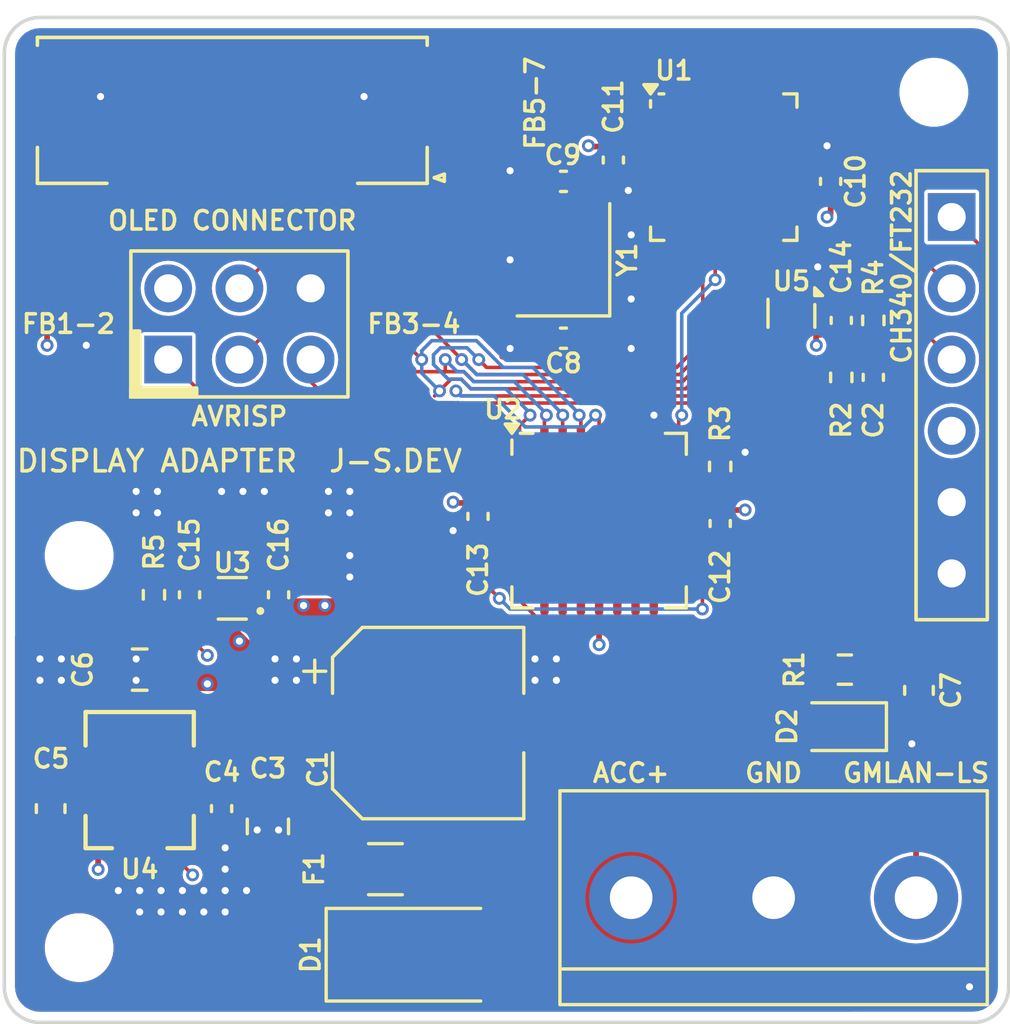
<source format=kicad_pcb>
(kicad_pcb (version 20240108) (generator "pcbnew") (generator_version "8.0")
  (layers (0 "F.Cu" signal) (1 "In1.Cu" signal) (2 "In2.Cu" signal) (31 "B.Cu" signal) (35 "F.Paste" user) (36 "B.SilkS" user "B.Silkscreen") (37 "F.SilkS" user "F.Silkscreen") (38 "B.Mask" user) (39 "F.Mask" user) (44 "Edge.Cuts" user))
  (net 0 "")
  (net 1 "GND")
  (net 3 "OSC-")
  (net 8 "Net-(U4-V_{CC})")
  (net 9 "+3.3V")
  (net 10 "Net-(C7-Pad1)")
  (net 11 "SW_RESET")
  (net 13 "OSC+")
  (net 15 "Net-(D1-K)")
  (net 16 "+12V")
  (net 17 "CANH")
  (net 18 "RESET")
  (net 19 "/3F_3.3V")
  (net 20 "/3F_GND")
  (net 21 "/3F_CS_OLED")
  (net 22 "/3F_OLED_RST")
  (net 23 "RST_OLED")
  (net 25 "/3F_OLED_DC")
  (net 26 "PGOOD")
  (net 27 "/3F_SCK")
  (net 28 "/3F_MOSI")
  (net 29 "MOSI")
  (net 30 "MISO")
  (net 31 "SCK")
  (net 33 "INT_CAN")
  (net 34 "CS_CAN")
  (net 35 "DC_OLED")
  (net 36 "CS_OLED")
  (net 37 "CLK")
  (net 38 "/FTDI_RESET")
  (net 40 "Net-(D1-A)")
  (net 44 "FTDI_RX")
  (net 45 "FTDI_TX")
  (net 46 "+5V")
  (net 47 "Net-(U2-OSC2)")
  (net 55 "Net-(U2-T_{XD})")
  (net 56 "Net-(U2-R_{XD})")
  (footprint "Package_SON:Texas_USON-6_1x1.45mm_P0.5mm_SMD" (layer "F.Cu") (at 104.267 162.941 -90)
    (property "Reference" "U5")
    (property "Value" "TPS3422")
  )
  (footprint "Inductor_SMD:L_0402_1005Metric" (layer "F.Cu") (at 79.121 161.798 -90)
    (property "Reference" "FB2" (hide yes))
    (property "Value" "120X")
  )
  (footprint "MountingHole:MountingHole_2.2mm_M2_DIN965" (layer "F.Cu") (at 109.347 155.067 180)
    (property "Reference" "H1" (hide yes))
    (property "Value" "MountingHole_Pad")
  )
  (footprint "Resistor_SMD:R_0402_1005Metric" (layer "F.Cu") (at 107.188 163.195 -90)
    (property "Reference" "R4")
    (property "Value" "10K")
  )
  (footprint "MountingHole:MountingHole_2.2mm_M2_DIN965" (layer "F.Cu") (at 78.867 185.547)
    (property "Reference" "H2" (hide yes))
    (property "Value" "MountingHole_Pad")
  )
  (footprint "Inductor_SMD:L_0402_1005Metric" (layer "F.Cu") (at 77.724 161.798 -90)
    (property "Reference" "FB1" (hide yes))
    (property "Value" "120X")
  )
  (footprint "Fuse:Fuse_1206_3216Metric" (layer "F.Cu") (at 89.789 182.753)
    (property "Reference" "F1")
    (property "Value" "Polyfuse")
  )
  (footprint "Capacitor_SMD:C_0402_1005Metric" (layer "F.Cu") (at 101.727 170.434 -90)
    (property "Reference" "C12")
    (property "Value" "100nF")
  )
  (footprint "Inductor_SMD:L_0402_1005Metric" (layer "F.Cu") (at 93.726 156.718)
    (property "Reference" "FB5" (hide yes))
    (property "Value" "120X")
  )
  (footprint "Capacitor_SMD:C_0402_1005Metric" (layer "F.Cu") (at 85.979 172.974 90)
    (property "Reference" "C16")
    (property "Value" "100nF")
  )
  (footprint "Capacitor_SMD:C_0402_1005Metric" (layer "F.Cu") (at 105.664 158.242 90)
    (property "Reference" "C10")
    (property "Value" "100nF")
  )
  (footprint "Capacitor_SMD:C_0603_1608Metric" (layer "F.Cu") (at 77.851 180.594 90)
    (property "Reference" "C5")
    (property "Value" "1µF")
  )
  (footprint "Inductor_SMD:L_0402_1005Metric" (layer "F.Cu") (at 91.44 161.798 -90)
    (property "Reference" "FB4" (hide yes))
    (property "Value" "120X")
  )
  (footprint "Package_DFN_QFN:QFN-28-1EP_6x6mm_P0.65mm_EP4.25x4.25mm" (layer "F.Cu") (at 97.409 170.33)
    (property "Reference" "U2")
    (property "Value" "MCP25625T-E/ML")
  )
  (footprint "Resistor_SMD:R_0603_1608Metric" (layer "F.Cu") (at 106.172 175.641 180)
    (property "Reference" "R1")
    (property "Value" "100R")
  )
  (footprint "Capacitor_SMD:C_0402_1005Metric" (layer "F.Cu") (at 107.188 165.227 -90)
    (property "Reference" "C2")
    (property "Value" "100nF")
  )
  (footprint "Capacitor_SMD:C_0402_1005Metric" (layer "F.Cu") (at 93.091 170.18 -90)
    (property "Reference" "C13")
    (property "Value" "100nF")
  )
  (footprint "Resistor_SMD:R_0402_1005Metric" (layer "F.Cu") (at 106.045 165.227 -90)
    (property "Reference" "R2")
    (property "Value" "10K")
  )
  (footprint "Resistor_SMD:R_0402_1005Metric" (layer "F.Cu") (at 101.727 168.402 90)
    (property "Reference" "R3")
    (property "Value" "10K")
  )
  (footprint "Capacitor_SMD:CP_Elec_6.3x7.7" (layer "F.Cu") (at 91.313 177.546)
    (property "Reference" "C1")
    (property "Value" "100uF")
  )
  (footprint "Resistor_SMD:R_0402_1005Metric" (layer "F.Cu") (at 81.534 172.974 -90)
    (property "Reference" "R5")
    (property "Value" "10K" (hide yes))
  )
  (footprint "Capacitor_SMD:C_0402_1005Metric" (layer "F.Cu") (at 82.804 172.974 90)
    (property "Reference" "C15")
    (property "Value" "100nF")
  )
  (footprint "Capacitor_SMD:C_0402_1005Metric" (layer "F.Cu") (at 97.917 157.48 -90)
    (property "Reference" "C11")
    (property "Value" "100nF")
  )
  (footprint "jsdev:PinHeader_ISP_POGO" (layer "F.Cu") (at 82.042 164.592 90)
    (property "Reference" "J1" (hide yes))
    (property "Value" "AVR-ISP-6" (hide yes))
  )
  (footprint "MountingHole:MountingHole_2.2mm_M2_DIN965" (layer "F.Cu") (at 78.867 171.577)
    (property "Reference" "H3" (hide yes))
    (property "Value" "MountingHole_Pad" (hide yes))
  )
  (footprint "jsdev:TerminalBlock_3P" (layer "F.Cu") (at 98.552 183.769)
    (property "Reference" "J2" (hide yes))
    (property "Value" "Screw_Terminal_01x03")
  )
  (footprint "Capacitor_SMD:C_0805_2012Metric" (layer "F.Cu") (at 81.026 175.641 180)
    (property "Reference" "C6")
    (property "Value" "10µF")
  )
  (footprint "jsdev:Texas_X2SON-4_1x1mm_P0.65mm_MOD" (layer "F.Cu") (at 84.328 173.101 180)
    (property "Reference" "U3")
    (property "Value" "3.3V")
  )
  (footprint "Crystal:Crystal_SMD_3225-4Pin_3.2x2.5mm" (layer "F.Cu") (at 96.139 161.036 90)
    (property "Reference" "Y1")
    (property "Value" "16MHZ")
  )
  (footprint "Diode_SMD:D_SMA" (layer "F.Cu") (at 91.186 185.801)
    (property "Reference" "D1")
    (property "Value" "B140-E3")
  )
  (footprint "Capacitor_SMD:C_0402_1005Metric" (layer "F.Cu") (at 96.139 163.83 180)
    (property "Reference" "C8")
    (property "Value" "22pf")
  )
  (footprint "Capacitor_SMD:C_0603_1608Metric" (layer "F.Cu") (at 108.816 176.38 -90)
    (property "Reference" "C7")
    (property "Value" "560pf")
  )
  (footprint "Inductor_SMD:L_0402_1005Metric" (layer "F.Cu") (at 93.726 154.178)
    (property "Reference" "FB7" (hide yes))
    (property "Value" "120X")
  )
  (footprint "jsdev:PinSocket_1x06_P2.54mm_Vertical_Box" (layer "F.Cu") (at 109.982 159.512)
    (property "Reference" "J4" (hide yes))
    (property "Value" "Socket 1x6 0.1\"")
  )
  (footprint "jsdev:CON_532610771_MOD" (layer "F.Cu") (at 84.328 155.702 180)
    (property "Reference" "J3" (hide yes))
    (property "Value" "PicoBlade F 1x7" (hide yes))
  )
  (footprint "Capacitor_SMD:C_0402_1005Metric" (layer "F.Cu") (at 83.947 180.594 -90)
    (property "Reference" "C4")
    (property "Value" "100nF")
  )
  (footprint "Inductor_SMD:L_0402_1005Metric" (layer "F.Cu") (at 93.726 155.448)
    (property "Reference" "FB6" (hide yes))
    (property "Value" "120X")
  )
  (footprint "Inductor_SMD:L_0402_1005Metric" (layer "F.Cu") (at 90.043 161.798 -90)
    (property "Reference" "FB3" (hide yes))
    (property "Value" "120X")
  )
  (footprint "Package_DFN_QFN:QFN-32-1EP_5x5mm_P0.5mm_EP3.1x3.1mm" (layer "F.Cu") (at 101.854 157.734)
    (property "Reference" "U1")
    (property "Value" "ATmega328PB-M")
  )
  (footprint "Diode_SMD:D_SOD-323" (layer "F.Cu") (at 106.045 177.673 180)
    (property "Reference" "D2")
    (property "Value" "DESD1LIN2WSQ-7")
  )
  (footprint "jsdev:QFN-FCMOD_TI_11B" (layer "F.Cu") (at 81.026 179.578 180)
    (property "Reference" "U4")
    (property "Value" "5V")
  )
  (footprint "Capacitor_SMD:C_0402_1005Metric" (layer "F.Cu") (at 106.045 163.195 -90)
    (property "Reference" "C14")
    (property "Value" "100nF")
  )
  (footprint "Capacitor_SMD:C_0805_2012Metric" (layer "F.Cu") (at 85.598 181.229 -90)
    (property "Reference" "C3")
    (property "Value" "2.2µF")
  )
  (footprint "Capacitor_SMD:C_0402_1005Metric" (layer "F.Cu") (at 96.139 158.242)
    (property "Reference" "C9")
    (property "Value" "22pf")
  )
  (gr_arc (start 110.744 152.4) (mid 111.642026 152.771974) (end 112.014 153.67) (stroke (width 0.127)) (layer "Edge.Cuts"))
  (gr_arc (start 76.2 153.67) (mid 76.571974 152.771974) (end 77.47 152.4) (stroke (width 0.127)) (layer "Edge.Cuts"))
  (gr_line (start 77.47 152.4) (end 110.744 152.4) (stroke (width 0.127)) (layer "Edge.Cuts"))
  (gr_line (start 76.2 186.944) (end 76.2 153.67) (stroke (width 0.127)) (layer "Edge.Cuts"))
  (gr_line (start 110.744 188.214) (end 77.47 188.214) (stroke (width 0.127)) (layer "Edge.Cuts"))
  (gr_arc (start 112.014 186.944) (mid 111.642026 187.842026) (end 110.744 188.214) (stroke (width 0.127)) (layer "Edge.Cuts"))
  (gr_arc (start 77.47 188.214) (mid 76.571974 187.842026) (end 76.2 186.944) (stroke (width 0.127)) (layer "Edge.Cuts"))
  (gr_line (start 112.014 153.67) (end 112.014 186.944) (stroke (width 0.127)) (layer "Edge.Cuts"))
  (gr_text "AVRISP" (at 84.582 167.005 0) (layer "F.SilkS") (effects (font (size 0.6604 0.6604) (thickness 0.127)) (justify bottom)))
  (gr_text "OLED CONNECTOR" (at 84.328 159.639 0) (layer "F.SilkS") (effects (font (size 0.6604 0.6604) (thickness 0.127))))
  (gr_text "GMLAN-LS" (at 108.712 179.324 0) (layer "F.SilkS") (effects (font (size 0.6604 0.6604) (thickness 0.127))))
  (gr_text "ACC+" (at 98.552 179.324 0) (layer "F.SilkS") (effects (font (size 0.6604 0.6604) (thickness 0.127))))
  (gr_text "CH340/FT232" (at 108.585 161.29 90) (layer "F.SilkS") (effects (font (size 0.6604 0.6604) (thickness 0.127) (bold yes)) (justify bottom)))
  (gr_text "DISPLAY ADAPTER  J-S.DEV" (at 84.582 168.656 0) (layer "F.SilkS") (effects (font (size 0.762 0.762) (thickness 0.127)) (justify bottom)))
  (gr_text "GND" (at 103.632 179.324 0) (layer "F.SilkS") (effects (font (size 0.6604 0.6604) (thickness 0.127))))
  (gr_text "FB1-2" (at 78.486 163.322 0) (layer "F.SilkS") (effects (font (size 0.6604 0.6604) (thickness 0.127))))
  (gr_text "FB5-7" (at 95.123 155.448 90) (layer "F.SilkS") (effects (font (size 0.6604 0.6604) (thickness 0.127))))
  (gr_text "FB3-4" (at 90.805 163.322 0) (layer "F.SilkS") (effects (font (size 0.6604 0.6604) (thickness 0.127))))
  (segment (start 105.664 157.099) (end 105.664 157.762) (width 0.2032) (layer "F.Cu") (net 1))
  (segment (start 99.359 168.021) (end 99.359 168.38) (width 0.2032) (layer "F.Cu") (net 1))
  (segment (start 105.156 162.2124) (end 104.578118 162.2124) (width 0.2032) (layer "F.Cu") (net 1))
  (segment (start 105.537 156.972) (end 105.664 157.099) (width 0.2032) (layer "F.Cu") (net 1))
  (segment (start 93.091 170.66) (end 92.23 170.66) (width 0.2032) (layer "F.Cu") (net 1))
  (segment (start 101.729 167.894) (end 101.727 167.892) (width 0.2032) (layer "F.Cu") (net 1))
  (segment (start 99.359 168.38) (end 97.409 170.33) (width 0.2032) (layer "F.Cu") (net 1))
  (segment (start 101.854 157.748) (end 102.118 157.484) (width 0.2032) (layer "F.Cu") (net 1))
  (segment (start 108.816 177.155) (end 108.468 177.155) (width 0.2032) (layer "F.Cu") (net 1))
  (segment (start 100.2465 172.28) (end 99.359 172.28) (width 0.2032) (layer "F.Cu") (net 1))
  (segment (start 108.468 177.155) (end 107.95 177.673) (width 0.2032) (layer "F.Cu") (net 1))
  (segment (start 92.23 170.66) (end 92.202 170.688) (width 0.2032) (layer "F.Cu") (net 1))
  (segment (start 98.059 170.98) (end 98.059 173.1675) (width 0.2032) (layer "F.Cu") (net 1))
  (segment (start 102.118 157.484) (end 104.8412 157.484) (width 0.2032) (layer "F.Cu") (net 1))
  (segment (start 100.2465 170.33) (end 97.409 170.33) (width 0.2032) (layer "F.Cu") (net 1))
  (segment (start 99.359 172.28) (end 97.409 170.33) (width 0.2032) (layer "F.Cu") (net 1))
  (segment (start 104.267 162.523518) (end 104.267 162.641) (width 0.2032) (layer "F.Cu") (net 1))
  (segment (start 99.359 166.579) (end 99.3648 166.5732) (width 0.2032) (layer "F.Cu") (net 1))
  (segment (start 104.578118 162.2124) (end 104.267 162.523518) (width 0.2032) (layer "F.Cu") (net 1))
  (segment (start 99.359 167.4925) (end 99.359 168.021) (width 0.2032) (layer "F.Cu") (net 1))
  (segment (start 97.409 170.33) (end 98.059 170.98) (width 0.2032) (layer "F.Cu") (net 1))
  (segment (start 100.7848 170.33) (end 100.2465 170.33) (width 0.2032) (layer "F.Cu") (net 1))
  (segment (start 79.620801 155.211201) (end 78.028 155.211201) (width 0.2032) (layer "F.Cu") (net 1))
  (segment (start 108.562 178.285) (end 107.95 177.673) (width 0.2032) (layer "F.Cu") (net 1))
  (segment (start 101.3688 170.914) (end 100.7848 170.33) (width 0.2032) (layer "F.Cu") (net 1))
  (segment (start 102.616 167.894) (end 101.729 167.894) (width 0.2032) (layer "F.Cu") (net 1))
  (segment (start 89.035199 155.211201) (end 90.628 155.211201) (width 0.2032) (layer "F.Cu") (net 1))
  (segment (start 104.8412 157.484) (end 105.1192 157.762) (width 0.2032) (layer "F.Cu") (net 1))
  (segment (start 101.727 170.914) (end 101.3688 170.914) (width 0.2032) (layer "F.Cu") (net 1))
  (segment (start 106.045 162.715) (end 105.5424 162.2124) (width 0.2032) (layer "F.Cu") (net 1))
  (segment (start 79.121 164.084) (end 79.121 162.283) (width 0.2032) (layer "F.Cu") (net 1))
  (segment (start 105.1192 157.762) (end 105.664 157.762) (width 0.2032) (layer "F.Cu") (net 1))
  (segment (start 107.95 177.673) (end 107.095 177.673) (width 0.2032) (layer "F.Cu") (net 1))
  (segment (start 89.027 155.2194) (end 89.035199 155.211201) (width 0.2032) (layer "F.Cu") (net 1))
  (segment (start 79.629 155.2194) (end 79.620801 155.211201) (width 0.2032) (layer "F.Cu") (net 1))
  (segment (start 99.359 167.4925) (end 99.359 166.579) (width 0.2032) (layer "F.Cu") (net 1))
  (segment (start 105.2068 161.29) (end 105.2068 162.1616) (width 0.2032) (layer "F.Cu") (net 1))
  (segment (start 81.526126 181.553) (end 81.526126 181.678326) (width 0.127) (layer "F.Cu") (net 1))
  (segment (start 105.2068 162.1616) (end 105.156 162.2124) (width 0.2032) (layer "F.Cu") (net 1))
  (segment (start 105.5424 162.2124) (end 105.156 162.2124) (width 0.2032) (layer "F.Cu") (net 1))
  (via (at 88.519 169.291) (size 0.4572) (drill 0.254) (layers "F.Cu" "B.Cu") (net 1))
  (via (at 81.788 184.277) (size 0.4572) (drill 0.254) (layers "F.Cu" "B.Cu") (net 1))
  (via (at 84.709 169.291) (size 0.4572) (drill 0.254) (layers "F.Cu" "B.Cu") (net 1))
  (via (at 80.899 176.022) (size 0.4572) (drill 0.254) (layers "F.Cu" "B.Cu") (net 1))
  (via (at 82.55 183.515) (size 0.4572) (drill 0.254) (layers "F.Cu" "B.Cu") (net 1))
  (via (at 105.2068 161.29) (size 0.4572) (drill 0.254) (layers "F.Cu" "B.Cu") (net 1))
  (via (at 92.202 170.688) (size 0.4572) (drill 0.254) (layers "F.Cu" "B.Cu") (net 1))
  (via (at 78.232 176.022) (size 0.4572) (drill 0.254) (layers "F.Cu" "B.Cu") (net 1))
  (via (at 84.836 183.515) (size 0.4572) (drill 0.254) (layers "F.Cu" "B.Cu") (net 1))
  (via (at 83.947 169.291) (size 0.4572) (drill 0.254) (layers "F.Cu" "B.Cu") (net 1))
  (via (at 105.537 156.972) (size 0.4572) (drill 0.254) (layers "F.Cu" "B.Cu") (net 1))
  (via (at 88.519 172.339) (size 0.4572) (drill 0.254) (layers "F.Cu" "B.Cu") (net 1))
  (via (at 98.552 162.433) (size 0.4572) (drill 0.254) (layers "F.Cu" "B.Cu") (net 1))
  (via (at 95.123 175.26) (size 0.4572) (drill 0.254) (layers "F.Cu" "B.Cu") (net 1))
  (via (at 83.312 183.515) (size 0.4572) (drill 0.254) (layers "F.Cu" "B.Cu") (net 1))
  (via (at 89.027 155.2194) (size 0.4572) (drill 0.254) (layers "F.Cu" "B.Cu") (net 1))
  (via (at 79.121 164.084) (size 0.4572) (drill 0.254) (layers "F.Cu" "B.Cu") (net 1))
  (via (at 88.519 171.577) (size 0.4572) (drill 0.254) (layers "F.Cu" "B.Cu") (net 1))
  (via (at 87.757 170.053) (size 0.4572) (drill 0.254) (layers "F.Cu" "B.Cu") (net 1))
  (via (at 86.614 176.022) (size 0.4572) (drill 0.254) (layers "F.Cu" "B.Cu") (net 1))
  (via (at 85.852 176.022) (size 0.4572) (drill 0.254) (layers "F.Cu" "B.Cu") (net 1))
  (via (at 94.234 157.861) (size 0.4572) (drill 0.254) (layers "F.Cu" "B.Cu") (net 1))
  (via (at 80.899 170.053) (size 0.4572) (drill 0.254) (layers "F.Cu" "B.Cu") (net 1))
  (via (at 94.234 164.197) (size 0.4572) (drill 0.254) (layers "F.Cu" "B.Cu") (net 1))
  (via (at 84.074 181.991) (size 0.4572) (drill 0.254) (layers "F.Cu" "B.Cu") (net 1))
  (via (at 80.899 175.26) (size 0.4572) (drill 0.254) (layers "F.Cu" "B.Cu") (net 1))
  (via (at 80.899 169.291) (size 0.4572) (drill 0.254) (layers "F.Cu" "B.Cu") (net 1))
  (via (at 87.757 169.291) (size 0.4572) (drill 0.254) (layers "F.Cu" "B.Cu") (net 1))
  (via (at 98.4504 158.5649) (size 0.4572) (drill 0.254) (layers "F.Cu" "B.Cu") (net 1))
  (via (at 98.552 160.147) (size 0.4572) (drill 0.254) (layers "F.Cu" "B.Cu") (net 1))
  (via (at 81.026 184.277) (size 0.4572) (drill 0.254) (layers "F.Cu" "B.Cu") (net 1))
  (via (at 95.885 175.26) (size 0.4572) (drill 0.254) (layers "F.Cu" "B.Cu") (net 1))
  (via (at 86.614 175.26) (size 0.4572) (drill 0.254) (layers "F.Cu" "B.Cu") (net 1))
  (via (at 95.123 176.022) (size 0.4572) (drill 0.254) (layers "F.Cu" "B.Cu") (net 1))
  (via (at 83.312 184.277) (size 0.4572) (drill 0.254) (layers "F.Cu" "B.Cu") (net 1))
  (via (at 94.234 161.036) (size 0.4572) (drill 0.254) (layers "F.Cu" "B.Cu") (net 1))
  (via (at 99.3648 166.5732) (size 0.4572) (drill 0.254) (layers "F.Cu" "B.Cu") (net 1))
  (via (at 98.552 164.197) (size 0.4572) (drill 0.254) (layers "F.Cu" "B.Cu") (net 1))
  (via (at 77.47 175.26) (size 0.4572) (drill 0.254) (layers "F.Cu" "B.Cu") (net 1))
  (via (at 84.074 183.515) (size 0.4572) (drill 0.254) (layers "F.Cu" "B.Cu") (net 1))
  (via (at 82.55 184.277) (size 0.4572) (drill 0.254) (layers "F.Cu" "B.Cu") (net 1))
  (via (at 78.232 175.26) (size 0.4572) (drill 0.254) (layers "F.Cu" "B.Cu") (net 1))
  (via (at 81.026 183.515) (size 0.4572) (drill 0.254) (layers "F.Cu" "B.Cu") (net 1))
  (via (at 81.788 183.515) (size 0.4572) (drill 0.254) (layers "F.Cu" "B.Cu") (net 1))
  (via (at 80.264 183.515) (size 0.4572) (drill 0.254) (layers "F.Cu" "B.Cu") (net 1))
  (via (at 81.661 170.053) (size 0.4572) (drill 0.254) (layers "F.Cu" "B.Cu") (net 1))
  (via (at 85.852 175.26) (size 0.4572) (drill 0.254) (layers "F.Cu" "B.Cu") (net 1))
  (via (at 108.562 178.285) (size 0.4572) (drill 0.254) (layers "F.Cu" "B.Cu") (net 1))
  (via (at 85.471 169.291) (size 0.4572) (drill 0.254) (layers "F.Cu" "B.Cu") (net 1))
  (via (at 77.47 176.022) (size 0.4572) (drill 0.254) (layers "F.Cu" "B.Cu") (net 1))
  (via (at 110.617 186.944) (size 0.4572) (drill 0.254) (layers "F.Cu" "B.Cu") (net 1))
  (via (at 84.074 184.277) (size 0.4572) (drill 0.254) (layers "F.Cu" "B.Cu") (net 1))
  (via (at 85.979 181.356) (size 0.4572) (drill 0.254) (layers "F.Cu" "B.Cu") (net 1))
  (via (at 85.217 181.356) (size 0.4572) (drill 0.254) (layers "F.Cu" "B.Cu") (net 1))
  (via (at 88.519 170.053) (size 0.4572) (drill 0.254) (layers "F.Cu" "B.Cu") (net 1))
  (via (at 81.661 169.291) (size 0.4572) (drill 0.254) (layers "F.Cu" "B.Cu") (net 1))
  (via (at 84.074 182.753) (size 0.4572) (drill 0.254) (layers "F.Cu" "B.Cu") (net 1))
  (via (at 79.629 155.2194) (size 0.4572) (drill 0.254) (layers "F.Cu" "B.Cu") (net 1))
  (via (at 95.885 176.022) (size 0.4572) (drill 0.254) (layers "F.Cu" "B.Cu") (net 1))
  (via (at 102.616 167.894) (size 0.4572) (drill 0.254) (layers "F.Cu" "B.Cu") (net 1))
  (segment (start 97.8916 162.0012) (end 97.8916 159.6136) (width 0.127) (layer "F.Cu") (net 3))
  (segment (start 98.0212 159.484) (end 99.4165 159.484) (width 0.127) (layer "F.Cu") (net 3))
  (segment (start 96.989 162.136) (end 97.7568 162.136) (width 0.127) (layer "F.Cu") (net 3))
  (segment (start 96.989 162.136) (end 96.619 162.506) (width 0.127) (layer "F.Cu") (net 3))
  (segment (start 97.7568 162.136) (end 97.8916 162.0012) (width 0.127) (layer "F.Cu") (net 3))
  (segment (start 97.8916 159.6136) (end 98.0212 159.484) (width 0.127) (layer "F.Cu") (net 3))
  (segment (start 96.619 162.506) (end 96.619 163.83) (width 0.127) (layer "F.Cu") (net 3))
  (segment (start 79.616811 181.369) (end 79.726 181.478189) (width 0.127) (layer "F.Cu") (net 8))
  (segment (start 77.851 181.369) (end 78.6638 181.369) (width 0.127) (layer "F.Cu") (net 8))
  (segment (start 78.6638 181.369) (end 79.616811 181.369) (width 0.127) (layer "F.Cu") (net 8))
  (segment (start 105.664 159.385) (end 105.664 158.722) (width 0.2032) (layer "F.Cu") (net 9))
  (segment (start 104.767 163.322) (end 105.148 163.703) (width 0.2032) (layer "F.Cu") (net 9))
  (segment (start 104.767 163.241) (end 104.767 163.322) (width 0.2032) (layer "F.Cu") (net 9))
  (segment (start 104.2915 157.984) (end 104.757 157.984) (width 0.2032) (layer "F.Cu") (net 9))
  (segment (start 104.757 157.984) (end 105.071 158.298) (width 0.2032) (layer "F.Cu") (net 9))
  (segment (start 105.537 159.512) (end 105.664 159.385) (width 0.2032) (layer "F.Cu") (net 9))
  (segment (start 103.767 163.241) (end 104.267 163.241) (width 0.2032) (layer "F.Cu") (net 9))
  (segment (start 98.401 157.484) (end 97.917 157) (width 0.2032) (layer "F.Cu") (net 9))
  (segment (start 106.045 164.747) (end 106.045 163.705) (width 0.2032) (layer "F.Cu") (net 9))
  (segment (start 93.091 169.7) (end 92.23 169.7) (width 0.2032) (layer "F.Cu") (net 9))
  (segment (start 97.917 157) (end 97.056 157) (width 0.2032) (layer "F.Cu") (net 9))
  (segment (start 105.148 164.076) (end 105.156 164.084) (width 0.2032) (layer "F.Cu") (net 9))
  (segment (start 97.409 173.1675) (end 97.409 174.752) (width 0.2032) (layer "F.Cu") (net 9))
  (segment (start 105.148 163.703) (end 105.148 164.076) (width 0.2032) (layer "F.Cu") (net 9))
  (segment (start 105.071 158.722) (end 105.664 158.722) (width 0.2032) (layer "F.Cu") (net 9))
  (segment (start 105.15 163.705) (end 105.148 163.703) (width 0.2032) (layer "F.Cu") (net 9))
  (segment (start 105.071 158.298) (end 105.071 158.722) (width 0.2032) (layer "F.Cu") (net 9))
  (segment (start 93.111 169.68) (end 93.091 169.7) (width 0.2032) (layer "F.Cu") (net 9))
  (segment (start 106.045 163.705) (end 105.15 163.705) (width 0.2032) (layer "F.Cu") (net 9))
  (segment (start 97.056 157) (end 97.028 156.972) (width 0.2032) (layer "F.Cu") (net 9))
  (segment (start 92.23 169.7) (end 92.202 169.672) (width 0.2032) (layer "F.Cu") (net 9))
  (segment (start 104.267 163.241) (end 104.767 163.241) (width 0.2032) (layer "F.Cu") (net 9))
  (segment (start 99.4165 157.484) (end 98.401 157.484) (width 0.2032) (layer "F.Cu") (net 9))
  (segment (start 107.188 163.705) (end 106.045 163.705) (width 0.2032) (layer "F.Cu") (net 9))
  (segment (start 94.5715 169.68) (end 93.111 169.68) (width 0.2032) (layer "F.Cu") (net 9))
  (segment (start 104.809 158.984) (end 105.071 158.722) (width 0.2032) (layer "F.Cu") (net 9))
  (segment (start 104.2915 158.984) (end 104.809 158.984) (width 0.2032) (layer "F.Cu") (net 9))
  (segment (start 77.724 164.084) (end 77.724 162.283) (width 0.2032) (layer "F.Cu") (net 9))
  (via (at 87.63 173.355) (size 0.4572) (drill 0.254) (layers "F.Cu" "B.Cu") (net 9))
  (via (at 105.156 164.084) (size 0.4572) (drill 0.254) (layers "F.Cu" "B.Cu") (net 9))
  (via (at 105.537 159.512) (size 0.4572) (drill 0.254) (layers "F.Cu" "B.Cu") (net 9))
  (via (at 97.028 156.972) (size 0.4572) (drill 0.254) (layers "F.Cu" "B.Cu") (net 9))
  (via (at 77.724 164.084) (size 0.4572) (drill 0.254) (layers "F.Cu" "B.Cu") (net 9))
  (via (at 92.202 169.672) (size 0.4572) (drill 0.254) (layers "F.Cu" "B.Cu") (net 9))
  (via (at 86.868 173.355) (size 0.4572) (drill 0.254) (layers "F.Cu" "B.Cu") (net 9))
  (via (at 97.409 174.752) (size 0.4572) (drill 0.254) (layers "F.Cu" "B.Cu") (net 9))
  (segment (start 106.997 175.641) (end 108.78 175.641) (width 0.2032) (layer "F.Cu") (net 10))
  (segment (start 108.78 175.641) (end 108.816 175.605) (width 0.2032) (layer "F.Cu") (net 10))
  (segment (start 106.4185 156.901593) (end 104.185407 154.6685) (width 0.127) (layer "F.Cu") (net 11))
  (segment (start 105.803107 160.1978) (end 106.285707 159.7152) (width 0.127) (layer "F.Cu") (net 11))
  (segment (start 106.4185 159.7152) (end 106.4185 156.901593) (width 0.127) (layer "F.Cu") (net 11))
  (segment (start 107.188 162.685) (end 107.188 160.33563) (width 0.127) (layer "F.Cu") (net 11))
  (segment (start 106.285707 159.7152) (end 106.4185 159.7152) (width 0.127) (layer "F.Cu") (net 11))
  (segment (start 105.15226 160.1978) (end 105.803107 160.1978) (width 0.127) (layer "F.Cu") (net 11))
  (segment (start 103.294501 154.6685) (end 103.104 154.859001) (width 0.127) (layer "F.Cu") (net 11))
  (segment (start 104.185407 154.6685) (end 103.294501 154.6685) (width 0.127) (layer "F.Cu") (net 11))
  (segment (start 107.188 160.33563) (end 106.56757 159.7152) (width 0.127) (layer "F.Cu") (net 11))
  (segment (start 103.767 162.641) (end 103.767 161.58306) (width 0.127) (layer "F.Cu") (net 11))
  (segment (start 103.104 154.859001) (end 103.104 155.2965) (width 0.127) (layer "F.Cu") (net 11))
  (segment (start 106.56757 159.7152) (end 106.4185 159.7152) (width 0.127) (layer "F.Cu") (net 11))
  (segment (start 103.767 161.58306) (end 105.15226 160.1978) (width 0.127) (layer "F.Cu") (net 11))
  (segment (start 96.139 159.8168) (end 96.0198 159.936) (width 0.127) (layer "F.Cu") (net 13))
  (segment (start 96.0198 159.936) (end 95.289 159.936) (width 0.127) (layer "F.Cu") (net 13))
  (segment (start 99.4165 158.984) (end 96.286 158.984) (width 0.127) (layer "F.Cu") (net 13))
  (segment (start 96.286 158.984) (end 96.139 159.131) (width 0.127) (layer "F.Cu") (net 13))
  (segment (start 96.139 159.131) (end 96.139 159.8168) (width 0.127) (layer "F.Cu") (net 13))
  (segment (start 95.289 159.936) (end 95.659 159.566) (width 0.127) (layer "F.Cu") (net 13))
  (segment (start 95.659 159.566) (end 95.659 158.242) (width 0.127) (layer "F.Cu") (net 13))
  (segment (start 90.6526 185.801) (end 91.189 185.2646) (width 0.2032) (layer "F.Cu") (net 15))
  (segment (start 91.189 185.2646) (end 91.189 182.753) (width 0.2032) (layer "F.Cu") (net 15))
  (segment (start 89.186 185.801) (end 90.6526 185.801) (width 0.2032) (layer "F.Cu") (net 15))
  (segment (start 88.392 177.767) (end 88.392 180.4356) (width 0.2032) (layer "F.Cu") (net 16))
  (segment (start 82.326 180.227937) (end 83.119263 180.227937) (width 0.2032) (layer "F.Cu") (net 16))
  (segment (start 85.433 180.114) (end 85.598 180.279) (width 0.2032) (layer "F.Cu") (net 16))
  (segment (start 88.392 180.4356) (end 88.389 180.4386) (width 0.2032) (layer "F.Cu") (net 16))
  (segment (start 88.389 180.4386) (end 88.389 182.753) (width 0.2032) (layer "F.Cu") (net 16))
  (segment (start 85.598 180.279) (end 88.392 180.279) (width 0.2032) (layer "F.Cu") (net 16))
  (segment (start 82.326 180.227937) (end 82.326 180.728063) (width 0.2032) (layer "F.Cu") (net 16))
  (segment (start 83.947 180.114) (end 85.433 180.114) (width 0.2032) (layer "F.Cu") (net 16))
  (segment (start 83.2332 180.114) (end 83.947 180.114) (width 0.2032) (layer "F.Cu") (net 16))
  (segment (start 83.119263 180.227937) (end 83.2332 180.114) (width 0.2032) (layer "F.Cu") (net 16))
  (segment (start 88.613 177.546) (end 88.392 177.767) (width 0.2032) (layer "F.Cu") (net 16))
  (segment (start 88.392 180.279) (end 88.392 180.4356) (width 0.2032) (layer "F.Cu") (net 16))
  (segment (start 104.995 177.673) (end 105.0036 177.673) (width 0.2032) (layer "F.Cu") (net 17))
  (segment (start 98.709 173.9692) (end 102.4128 177.673) (width 0.2032) (layer "F.Cu") (net 17))
  (segment (start 108.712 181.3814) (end 108.712 183.769) (width 0.2032) (layer "F.Cu") (net 17))
  (segment (start 98.709 173.1675) (end 98.709 173.9692) (width 0.2032) (layer "F.Cu") (net 17))
  (segment (start 104.995 175.993) (end 105.347 175.641) (width 0.2032) (layer "F.Cu") (net 17))
  (segment (start 102.4128 177.673) (end 104.995 177.673) (width 0.2032) (layer "F.Cu") (net 17))
  (segment (start 104.995 177.673) (end 104.995 176.784) (width 0.2032) (layer "F.Cu") (net 17))
  (segment (start 104.995 176.784) (end 104.995 175.993) (width 0.2032) (layer "F.Cu") (net 17))
  (segment (start 105.0036 177.673) (end 108.712 181.3814) (width 0.2032) (layer "F.Cu") (net 17))
  (segment (start 106.6725 156.796383) (end 106.6725 159.46092) (width 0.127) (layer "F.Cu") (net 18))
  (segment (start 106.045 165.2365) (end 106.045 165.737) (width 0.127) (layer "F.Cu") (net 18))
  (segment (start 101.60494 165.2365) (end 100.70004 166.1414) (width 0.127) (layer "F.Cu") (net 18))
  (segment (start 104.767 162.666) (end 105.1858 162.666) (width 0.127) (layer "F.Cu") (net 18))
  (segment (start 101.604 155.2965) (end 101.604 154.873001) (width 0.127) (layer "F.Cu") (net 18))
  (segment (start 94.059001 169.03) (end 93.853 168.823999) (width 0.127) (layer "F.Cu") (net 18))
  (segment (start 106.6985 165.2365) (end 106.045 165.2365) (width 0.127) (layer "F.Cu") (net 18))
  (segment (start 100.70004 166.1414) (end 93.853 166.1414) (width 0.127) (layer "F.Cu") (net 18))
  (segment (start 105.1858 162.666) (end 105.7148 163.195) (width 0.127) (layer "F.Cu") (net 18))
  (segment (start 107.6985 160.48692) (end 107.6985 163.195) (width 0.127) (layer "F.Cu") (net 18))
  (segment (start 94.5715 169.03) (end 94.059001 169.03) (width 0.127) (layer "F.Cu") (net 18))
  (segment (start 101.604 154.873001) (end 102.062501 154.4145) (width 0.127) (layer "F.Cu") (net 18))
  (segment (start 87.884 166.1414) (end 93.853 166.1414) (width 0.127) (layer "F.Cu") (net 18))
  (segment (start 105.7148 163.195) (end 107.6985 163.195) (width 0.127) (layer "F.Cu") (net 18))
  (segment (start 106.6725 159.46092) (end 107.6985 160.48692) (width 0.127) (layer "F.Cu") (net 18))
  (segment (start 107.188 164.747) (end 106.6985 165.2365) (width 0.127) (layer "F.Cu") (net 18))
  (segment (start 87.122 164.592) (end 87.122 165.3794) (width 0.127) (layer "F.Cu") (net 18))
  (segment (start 107.6985 163.195) (end 107.6985 164.2365) (width 0.127) (layer "F.Cu") (net 18))
  (segment (start 87.122 165.3794) (end 87.884 166.1414) (width 0.127) (layer "F.Cu") (net 18))
  (segment (start 102.062501 154.4145) (end 104.290617 154.4145) (width 0.127) (layer "F.Cu") (net 18))
  (segment (start 106.045 165.2365) (end 101.60494 165.2365) (width 0.127) (layer "F.Cu") (net 18))
  (segment (start 107.6985 164.2365) (end 107.188 164.747) (width 0.127) (layer "F.Cu") (net 18))
  (segment (start 93.853 168.823999) (end 93.853 166.1414) (width 0.127) (layer "F.Cu") (net 18))
  (segment (start 104.290617 154.4145) (end 106.6725 156.796383) (width 0.127) (layer "F.Cu") (net 18))
  (segment (start 80.578 158.1112) (end 77.724 160.9652) (width 0.2032) (layer "F.Cu") (net 19))
  (segment (start 77.724 160.9652) (end 77.724 161.313) (width 0.2032) (layer "F.Cu") (net 19))
  (segment (start 81.828 158.1112) (end 81.828 158.606) (width 0.2032) (layer "F.Cu") (net 20))
  (segment (start 81.828 158.606) (end 79.121 161.313) (width 0.2032) (layer "F.Cu") (net 20))
  (segment (start 91.8718 156.9212) (end 92.202 156.591) (width 0.127) (layer "F.Cu") (net 21))
  (segment (start 88.95421 156.6035) (end 89.27191 156.9212) (width 0.127) (layer "F.Cu") (net 21))
  (segment (start 92.583 154.178) (end 93.241 154.178) (width 0.127) (layer "F.Cu") (net 21))
  (segment (start 83.078 158.1112) (end 83.078 157.1806) (width 0.127) (layer "F.Cu") (net 21))
  (segment (start 83.078 157.1806) (end 83.6551 156.6035) (width 0.127) (layer "F.Cu") (net 21))
  (segment (start 83.6551 156.6035) (end 88.95421 156.6035) (width 0.127) (layer "F.Cu") (net 21))
  (segment (start 92.202 156.591) (end 92.202 154.559) (width 0.127) (layer "F.Cu") (net 21))
  (segment (start 89.27191 156.9212) (end 91.8718 156.9212) (width 0.127) (layer "F.Cu") (net 21))
  (segment (start 92.202 154.559) (end 92.583 154.178) (width 0.127) (layer "F.Cu") (net 21))
  (segment (start 91.97701 157.1752) (end 92.456 156.69621) (width 0.127) (layer "F.Cu") (net 22))
  (segment (start 84.328 158.1112) (end 84.328 157.1752) (width 0.127) (layer "F.Cu") (net 22))
  (segment (start 92.71 155.448) (end 93.241 155.448) (width 0.127) (layer "F.Cu") (net 22))
  (segment (start 88.849 156.8575) (end 89.1667 157.1752) (width 0.127) (layer "F.Cu") (net 22))
  (segment (start 84.6457 156.8575) (end 88.849 156.8575) (width 0.127) (layer "F.Cu") (net 22))
  (segment (start 89.1667 157.1752) (end 91.97701 157.1752) (width 0.127) (layer "F.Cu") (net 22))
  (segment (start 84.328 157.1752) (end 84.6457 156.8575) (width 0.127) (layer "F.Cu") (net 22))
  (segment (start 92.456 155.702) (end 92.71 155.448) (width 0.127) (layer "F.Cu") (net 22))
  (segment (start 92.456 156.69621) (end 92.456 155.702) (width 0.127) (layer "F.Cu") (net 22))
  (segment (start 95.758 155.448) (end 94.211 155.448) (width 0.127) (layer "F.Cu") (net 23))
  (segment (start 96.308 155.998) (end 95.758 155.448) (width 0.127) (layer "F.Cu") (net 23))
  (segment (start 99.4025 155.998) (end 96.308 155.998) (width 0.127) (layer "F.Cu") (net 23))
  (segment (start 99.4165 155.984) (end 99.4025 155.998) (width 0.127) (layer "F.Cu") (net 23))
  (segment (start 85.578 157.2077) (end 85.6742 157.1115) (width 0.127) (layer "F.Cu") (net 25))
  (segment (start 92.08222 157.4292) (end 92.79342 156.718) (width 0.127) (layer "F.Cu") (net 25))
  (segment (start 88.722 157.1115) (end 89.0397 157.4292) (width 0.127) (layer "F.Cu") (net 25))
  (segment (start 85.6742 157.1115) (end 88.722 157.1115) (width 0.127) (layer "F.Cu") (net 25))
  (segment (start 89.0397 157.4292) (end 92.08222 157.4292) (width 0.127) (layer "F.Cu") (net 25))
  (segment (start 85.578 158.1112) (end 85.578 157.2077) (width 0.127) (layer "F.Cu") (net 25))
  (segment (start 92.79342 156.718) (end 93.241 156.718) (width 0.127) (layer "F.Cu") (net 25))
  (segment (start 83.439 175.133) (end 82.3035 173.9975) (width 0.127) (layer "F.Cu") (net 26))
  (segment (start 82.3514 181.478189) (end 82.3514 182.39418) (width 0.127) (layer "F.Cu") (net 26))
  (segment (start 81.534 172.974) (end 83.4725 172.974) (width 0.127) (layer "F.Cu") (net 26))
  (segment (start 81.534 172.464) (end 81.534 172.974) (width 0.127) (layer "F.Cu") (net 26))
  (segment (start 81.263432 173.9975) (end 81.0235 173.757568) (width 0.127) (layer "F.Cu") (net 26))
  (segment (start 82.3035 173.9975) (end 81.263432 173.9975) (width 0.127) (layer "F.Cu") (net 26))
  (segment (start 83.4725 172.9665) (end 83.663 172.776) (width 0.127) (layer "F.Cu") (net 26))
  (segment (start 82.3514 182.39418) (end 82.91342 182.9562) (width 0.127) (layer "F.Cu") (net 26))
  (segment (start 83.4725 172.974) (end 83.4725 172.9665) (width 0.127) (layer "F.Cu") (net 26))
  (segment (start 81.0235 173.210432) (end 81.259932 172.974) (width 0.127) (layer "F.Cu") (net 26))
  (segment (start 81.0235 173.757568) (end 81.0235 173.210432) (width 0.127) (layer "F.Cu") (net 26))
  (segment (start 83.663 172.776) (end 83.898 172.776) (width 0.127) (layer "F.Cu") (net 26))
  (segment (start 81.259932 172.974) (end 81.534 172.974) (width 0.127) (layer "F.Cu") (net 26))
  (via (at 82.91342 182.9562) (size 0.4572) (drill 0.254) (layers "F.Cu" "B.Cu") (net 26))
  (via (at 83.439 175.133) (size 0.4572) (drill 0.254) (layers "F.Cu" "B.Cu") (net 26))
  (segment (start 89.6298 161.313) (end 90.043 161.313) (width 0.127) (layer "F.Cu") (net 27))
  (segment (start 86.828 158.1112) (end 86.828 158.5112) (width 0.127) (layer "F.Cu") (net 27))
  (segment (start 86.828 158.5112) (end 89.6298 161.313) (width 0.127) (layer "F.Cu") (net 27))
  (segment (start 88.2382 158.1112) (end 91.44 161.313) (width 0.127) (layer "F.Cu") (net 28))
  (segment (start 88.078 158.1112) (end 88.2382 158.1112) (width 0.127) (layer "F.Cu") (net 28))
  (segment (start 88.33949 161.798) (end 87.55299 161.0115) (width 0.127) (layer "F.Cu") (net 29))
  (segment (start 87.55299 161.0115) (end 85.6225 161.0115) (width 0.127) (layer "F.Cu") (net 29))
  (segment (start 96.109 166.5778) (end 96.109 167.4925) (width 0.127) (layer "F.Cu") (net 29))
  (segment (start 96.1136 166.5732) (end 96.109 166.5778) (width 0.127) (layer "F.Cu") (net 29))
  (segment (start 101.358 162.55522) (end 103.104 160.80922) (width 0.127) (layer "F.Cu") (net 29))
  (segment (start 92.51402 164.592) (end 93.04742 165.1254) (width 0.127) (layer "F.Cu") (net 29))
  (segment (start 92.5068 164.592) (end 92.51402 164.592) (width 0.127) (layer "F.Cu") (net 29))
  (segment (start 85.6225 161.0115) (end 84.582 162.052) (width 0.127) (layer "F.Cu") (net 29))
  (segment (start 103.104 160.80922) (end 103.104 160.1715) (width 0.127) (layer "F.Cu") (net 29))
  (segment (start 93.04742 165.1254) (end 100.2792 165.1254) (width 0.127) (layer "F.Cu") (net 29))
  (segment (start 90.955 161.798) (end 88.33949 161.798) (width 0.127) (layer "F.Cu") (net 29))
  (segment (start 92.5068 164.583503) (end 92.5068 164.592) (width 0.127) (layer "F.Cu") (net 29))
  (segment (start 91.44 163.516703) (end 92.5068 164.583503) (width 0.127) (layer "F.Cu") (net 29))
  (segment (start 91.44 162.283) (end 90.955 161.798) (width 0.127) (layer "F.Cu") (net 29))
  (segment (start 91.44 162.283) (end 91.44 163.516703) (width 0.127) (layer "F.Cu") (net 29))
  (segment (start 101.358 164.0466) (end 101.358 162.55522) (width 0.127) (layer "F.Cu") (net 29))
  (segment (start 100.2792 165.1254) (end 101.358 164.0466) (width 0.127) (layer "F.Cu") (net 29))
  (via (at 92.5068 164.592) (size 0.4572) (drill 0.254) (layers "F.Cu" "B.Cu") (net 29))
  (via (at 96.1136 166.5732) (size 0.4572) (drill 0.254) (layers "F.Cu" "B.Cu") (net 29))
  (segment (start 92.5068 164.592) (end 92.51041 164.592) (width 0.127) (layer "B.Cu") (net 29))
  (segment (start 93.04381 165.1254) (end 94.69481 165.1254) (width 0.127) (layer "B.Cu") (net 29))
  (segment (start 92.51041 164.592) (end 93.04381 165.1254) (width 0.127) (layer "B.Cu") (net 29))
  (segment (start 94.69481 165.1254) (end 96.1136 166.54419) (width 0.127) (layer "B.Cu") (net 29))
  (segment (start 96.1136 166.54419) (end 96.1136 166.5732) (width 0.127) (layer "B.Cu") (net 29))
  (segment (start 89.3835 163.5515) (end 90.8558 165.0238) (width 0.127) (layer "F.Cu") (net 30))
  (segment (start 92.94221 165.3794) (end 100.38441 165.3794) (width 0.127) (layer "F.Cu") (net 30))
  (segment (start 91.9226 165.0238) (end 91.623853 165.0238) (width 0.127) (layer "F.Cu") (net 30))
  (segment (start 90.8558 165.0238) (end 91.623853 165.0238) (width 0.127) (layer "F.Cu") (net 30))
  (segment (start 82.042 164.592) (end 83.0825 165.6325) (width 0.127) (layer "F.Cu") (net 30))
  (segment (start 95.459 166.6436) (end 95.5294 166.5732) (width 0.127) (layer "F.Cu") (net 30))
  (segment (start 86.69101 163.5515) (end 89.3835 163.5515) (width 0.127) (layer "F.Cu") (net 30))
  (segment (start 100.38441 165.3794) (end 101.612 164.15181) (width 0.127) (layer "F.Cu") (net 30))
  (segment (start 92.58661 165.0238) (end 92.94221 165.3794) (width 0.127) (layer "F.Cu") (net 30))
  (segment (start 86.0815 165.02299) (end 86.0815 164.16101) (width 0.127) (layer "F.Cu") (net 30))
  (segment (start 83.0825 165.6325) (end 85.47199 165.6325) (width 0.127) (layer "F.Cu") (net 30))
  (segment (start 103.604 160.66843) (end 103.604 160.1715) (width 0.127) (layer "F.Cu") (net 30))
  (segment (start 91.9226 164.592) (end 91.821 164.6936) (width 0.127) (layer "F.Cu") (net 30))
  (segment (start 85.47199 165.6325) (end 86.0815 165.02299) (width 0.127) (layer "F.Cu") (net 30))
  (segment (start 86.0815 164.16101) (end 86.69101 163.5515) (width 0.127) (layer "F.Cu") (net 30))
  (segment (start 91.9226 165.0238) (end 92.58661 165.0238) (width 0.127) (layer "F.Cu") (net 30))
  (segment (start 95.459 167.4925) (end 95.459 166.6436) (width 0.127) (layer "F.Cu") (net 30))
  (segment (start 101.612 162.66043) (end 103.604 160.66843) (width 0.127) (layer "F.Cu") (net 30))
  (segment (start 91.9226 164.592) (end 91.9226 165.0238) (width 0.127) (layer "F.Cu") (net 30))
  (segment (start 91.9226 164.592) (end 91.914103 164.600497) (width 0.127) (layer "F.Cu") (net 30))
  (segment (start 101.612 164.15181) (end 101.612 162.66043) (width 0.127) (layer "F.Cu") (net 30))
  (via (at 91.9226 164.592) (size 0.4572) (drill 0.254) (layers "F.Cu" "B.Cu") (net 30))
  (via (at 95.5294 166.5732) (size 0.4572) (drill 0.254) (layers "F.Cu" "B.Cu") (net 30))
  (segment (start 92.345903 165.0238) (end 92.583 165.0238) (width 0.127) (layer "B.Cu") (net 30))
  (segment (start 94.3864 165.3794) (end 95.5294 166.5224) (width 0.127) (layer "B.Cu") (net 30))
  (segment (start 92.9386 165.3794) (end 94.3864 165.3794) (width 0.127) (layer "B.Cu") (net 30))
  (segment (start 92.583 165.0238) (end 92.9386 165.3794) (width 0.127) (layer "B.Cu") (net 30))
  (segment (start 95.5294 166.5224) (end 95.5294 166.5732) (width 0.127) (layer "B.Cu") (net 30))
  (segment (start 91.9226 164.592) (end 91.9226 164.600497) (width 0.127) (layer "B.Cu") (net 30))
  (segment (start 91.9226 164.600497) (end 92.345903 165.0238) (width 0.127) (layer "B.Cu") (net 30))
  (segment (start 91.7194 165.7096) (end 91.5416 165.8874) (width 0.127) (layer "F.Cu") (net 31))
  (segment (start 84.582 164.592) (end 85.8765 163.2975) (width 0.127) (layer "F.Cu") (net 31))
  (segment (start 101.866 162.76564) (end 101.866 164.25702) (width 0.127) (layer "F.Cu") (net 31))
  (segment (start 91.7194 165.701103) (end 91.7194 165.7096) (width 0.127) (layer "F.Cu") (net 31))
  (segment (start 100.48962 165.6334) (end 92.837 165.6334) (width 0.127) (layer "F.Cu") (net 31))
  (segment (start 96.759 166.6344) (end 96.759 167.4925) (width 0.127) (layer "F.Cu") (net 31))
  (segment (start 104.2915 160.34014) (end 101.866 162.76564) (width 0.127) (layer "F.Cu") (net 31))
  (segment (start 96.6978 166.5732) (end 96.759 166.6344) (width 0.127) (layer "F.Cu") (net 31))
  (segment (start 92.130003 165.2905) (end 91.7194 165.701103) (width 0.127) (layer "F.Cu") (net 31))
  (segment (start 104.2915 159.484) (end 104.2915 160.34014) (width 0.127) (layer "F.Cu") (net 31))
  (segment (start 90.043 163.5506) (end 90.043 163.195) (width 0.127) (layer "F.Cu") (net 31))
  (segment (start 92.4941 165.2905) (end 92.130003 165.2905) (width 0.127) (layer "F.Cu") (net 31))
  (segment (start 91.0844 164.592) (end 90.043 163.5506) (width 0.127) (layer "F.Cu") (net 31))
  (segment (start 85.8765 163.2975) (end 90.0185 163.2975) (width 0.127) (layer "F.Cu") (net 31))
  (segment (start 101.866 164.25702) (end 100.48962 165.6334) (width 0.127) (layer "F.Cu") (net 31))
  (segment (start 92.837 165.6334) (end 92.4941 165.2905) (width 0.127) (layer "F.Cu") (net 31))
  (segment (start 90.043 163.195) (end 90.043 162.283) (width 0.127) (layer "F.Cu") (net 31))
  (via (at 91.7194 165.7096) (size 0.4572) (drill 0.254) (layers "F.Cu" "B.Cu") (net 31))
  (via (at 91.0844 164.592) (size 0.4572) (drill 0.254) (layers "F.Cu" "B.Cu") (net 31))
  (via (at 96.6978 166.5732) (size 0.4572) (drill 0.254) (layers "F.Cu" "B.Cu") (net 31))
  (segment (start 93.988497 164.8714) (end 95.0468 164.8714) (width 0.127) (layer "B.Cu") (net 31))
  (segment (start 93.035997 163.9189) (end 93.988497 164.8714) (width 0.127) (layer "B.Cu") (net 31))
  (segment (start 91.0844 165.0746) (end 91.7194 165.7096) (width 0.127) (layer "B.Cu") (net 31))
  (segment (start 91.440593 163.9189) (end 93.035997 163.9189) (width 0.127) (layer "B.Cu") (net 31))
  (segment (start 95.0468 164.8714) (end 96.6978 166.5224) (width 0.127) (layer "B.Cu") (net 31))
  (segment (start 91.0844 164.592) (end 91.0844 165.0746) (width 0.127) (layer "B.Cu") (net 31))
  (segment (start 96.6978 166.5224) (end 96.6978 166.5732) (width 0.127) (layer "B.Cu") (net 31))
  (segment (start 91.0844 164.275093) (end 91.440593 163.9189) (width 0.127) (layer "B.Cu") (net 31))
  (segment (start 91.0844 164.592) (end 91.0844 164.275093) (width 0.127) (layer "B.Cu") (net 31))
  (segment (start 105.04705 159.9438) (end 105.697897 159.9438) (width 0.127) (layer "F.Cu") (net 33))
  (segment (start 102.12 162.87085) (end 105.04705 159.9438) (width 0.127) (layer "F.Cu") (net 33))
  (segment (start 100.59483 165.8874) (end 102.12 164.36223) (width 0.127) (layer "F.Cu") (net 33))
  (segment (start 104.454197 155.2965) (end 103.604 155.2965) (width 0.127) (layer "F.Cu") (net 33))
  (segment (start 97.409 166.7002) (end 97.409 167.4925) (width 0.127) (layer "F.Cu") (net 33))
  (segment (start 92.3036 165.7096) (end 92.4814 165.8874) (width 0.127) (layer "F.Cu") (net 33))
  (segment (start 106.1645 157.006803) (end 104.454197 155.2965) (width 0.127) (layer "F.Cu") (net 33))
  (segment (start 92.4814 165.8874) (end 100.59483 165.8874) (width 0.127) (layer "F.Cu") (net 33))
  (segment (start 102.12 164.36223) (end 102.12 162.87085) (width 0.127) (layer "F.Cu") (net 33))
  (segment (start 97.282 166.5732) (end 97.409 166.7002) (width 0.127) (layer "F.Cu") (net 33))
  (segment (start 106.1645 159.477197) (end 106.1645 157.006803) (width 0.127) (layer "F.Cu") (net 33))
  (segment (start 105.697897 159.9438) (end 106.1645 159.477197) (width 0.127) (layer "F.Cu") (net 33))
  (via (at 92.3036 165.7096) (size 0.4572) (drill 0.254) (layers "F.Cu" "B.Cu") (net 33))
  (via (at 97.282 166.5732) (size 0.4572) (drill 0.254) (layers "F.Cu" "B.Cu") (net 33))
  (segment (start 94.771603 166.9923) (end 96.871397 166.9923) (width 0.127) (layer "B.Cu") (net 33))
  (segment (start 92.4814 165.8874) (end 93.666703 165.8874) (width 0.127) (layer "B.Cu") (net 33))
  (segment (start 97.282 166.581697) (end 97.282 166.5732) (width 0.127) (layer "B.Cu") (net 33))
  (segment (start 92.3036 165.7096) (end 92.4814 165.8874) (width 0.127) (layer "B.Cu") (net 33))
  (segment (start 96.871397 166.9923) (end 97.282 166.581697) (width 0.127) (layer "B.Cu") (net 33))
  (segment (start 93.666703 165.8874) (end 94.771603 166.9923) (width 0.127) (layer "B.Cu") (net 33))
  (segment (start 100.17399 164.8714) (end 101.104 163.94139) (width 0.127) (layer "F.Cu") (net 34))
  (segment (start 101.104 163.94139) (end 101.104 160.1715) (width 0.127) (layer "F.Cu") (net 34))
  (segment (start 94.5715 166.9469) (end 94.5715 168.38) (width 0.127) (layer "F.Cu") (net 34))
  (segment (start 93.3958 164.8714) (end 100.17399 164.8714) (width 0.127) (layer "F.Cu") (net 34))
  (segment (start 93.1164 164.592) (end 93.3958 164.8714) (width 0.127) (layer "F.Cu") (net 34))
  (segment (start 94.9452 166.5732) (end 94.5715 166.9469) (width 0.127) (layer "F.Cu") (net 34))
  (via (at 94.9452 166.5732) (size 0.4572) (drill 0.254) (layers "F.Cu" "B.Cu") (net 34))
  (via (at 93.1164 164.592) (size 0.4572) (drill 0.254) (layers "F.Cu" "B.Cu") (net 34))
  (segment (start 92.6973 164.1729) (end 91.749003 164.1729) (width 0.127) (layer "B.Cu") (net 34))
  (segment (start 91.5035 164.765597) (end 92.028403 165.2905) (width 0.127) (layer "B.Cu") (net 34))
  (segment (start 92.028403 165.2905) (end 92.49049 165.2905) (width 0.127) (layer "B.Cu") (net 34))
  (segment (start 91.5035 164.418403) (end 91.5035 164.765597) (width 0.127) (layer "B.Cu") (net 34))
  (segment (start 93.1164 164.592) (end 92.6973 164.1729) (width 0.127) (layer "B.Cu") (net 34))
  (segment (start 92.83339 165.6334) (end 94.0816 165.6334) (width 0.127) (layer "B.Cu") (net 34))
  (segment (start 91.749003 164.1729) (end 91.5035 164.418403) (width 0.127) (layer "B.Cu") (net 34))
  (segment (start 94.9452 166.497) (end 94.9452 166.5732) (width 0.127) (layer "B.Cu") (net 34))
  (segment (start 92.49049 165.2905) (end 92.83339 165.6334) (width 0.127) (layer "B.Cu") (net 34))
  (segment (start 94.0816 165.6334) (end 94.9452 166.497) (width 0.127) (layer "B.Cu") (net 34))
  (segment (start 96.173 156.498) (end 99.4025 156.498) (width 0.127) (layer "F.Cu") (net 35))
  (segment (start 94.211 156.718) (end 95.953 156.718) (width 0.127) (layer "F.Cu") (net 35))
  (segment (start 99.4025 156.498) (end 99.4165 156.484) (width 0.127) (layer "F.Cu") (net 35))
  (segment (start 95.953 156.718) (end 96.173 156.498) (width 0.127) (layer "F.Cu") (net 35))
  (segment (start 100.104 155.2965) (end 100.104 154.587) (width 0.127) (layer "F.Cu") (net 36))
  (segment (start 99.695 154.178) (end 94.211 154.178) (width 0.127) (layer "F.Cu") (net 36))
  (segment (start 100.104 154.587) (end 99.695 154.178) (width 0.127) (layer "F.Cu") (net 36))
  (segment (start 100.2465 166.6821) (end 100.2465 168.38) (width 0.127) (layer "F.Cu") (net 37))
  (segment (start 101.5492 161.7472) (end 101.5492 160.2149) (width 0.127) (layer "F.Cu") (net 37))
  (segment (start 101.5492 160.2403) (end 101.604 160.1855) (width 0.127) (layer "F.Cu") (net 37))
  (segment (start 100.3554 166.5732) (end 100.2465 166.6821) (width 0.127) (layer "F.Cu") (net 37))
  (via (at 101.5492 161.7472) (size 0.4572) (drill 0.254) (layers "F.Cu" "B.Cu") (net 37))
  (via (at 100.3554 166.5732) (size 0.4572) (drill 0.254) (layers "F.Cu" "B.Cu") (net 37))
  (segment (start 101.5492 161.7472) (end 100.3554 162.941) (width 0.127) (layer "B.Cu") (net 37))
  (segment (start 100.3554 162.9664) (end 100.3554 166.5732) (width 0.127) (layer "B.Cu") (net 37))
  (segment (start 111.0225 160.5525) (end 109.982 159.512) (width 0.127) (layer "F.Cu") (net 38))
  (segment (start 110.5425 165.707) (end 111.0225 165.227) (width 0.127) (layer "F.Cu") (net 38))
  (segment (start 107.188 165.707) (end 110.5425 165.707) (width 0.127) (layer "F.Cu") (net 38))
  (segment (start 111.0225 165.227) (end 111.0225 160.5525) (width 0.127) (layer "F.Cu") (net 38))
  (segment (start 93.186 185.801) (end 96.52 185.801) (width 0.2032) (layer "F.Cu") (net 40))
  (segment (start 96.52 185.801) (end 98.552 183.769) (width 0.2032) (layer "F.Cu") (net 40))
  (segment (start 106.9265 156.691173) (end 104.395827 154.1605) (width 0.127) (layer "F.Cu") (net 44))
  (segment (start 101.816501 154.1605) (end 101.104 154.873001) (width 0.127) (layer "F.Cu") (net 44))
  (segment (start 101.104 154.873001) (end 101.104 155.2965) (width 0.127) (layer "F.Cu") (net 44))
  (segment (start 108.9415 163.5515) (end 108.9415 161.37071) (width 0.127) (layer "F.Cu") (net 44))
  (segment (start 109.982 164.592) (end 108.9415 163.5515) (width 0.127) (layer "F.Cu") (net 44))
  (segment (start 104.395827 154.1605) (end 101.816501 154.1605) (width 0.127) (layer "F.Cu") (net 44))
  (segment (start 106.9265 159.35571) (end 106.9265 156.691173) (width 0.127) (layer "F.Cu") (net 44))
  (segment (start 108.9415 161.37071) (end 106.9265 159.35571) (width 0.127) (layer "F.Cu") (net 44))
  (segment (start 100.604 154.873001) (end 100.604 155.2965) (width 0.127) (layer "F.Cu") (net 45))
  (segment (start 101.570501 153.9065) (end 100.604 154.873001) (width 0.127) (layer "F.Cu") (net 45))
  (segment (start 107.1805 159.2505) (end 107.1805 156.585963) (width 0.127) (layer "F.Cu") (net 45))
  (segment (start 109.982 162.052) (end 107.1805 159.2505) (width 0.127) (layer "F.Cu") (net 45))
  (segment (start 107.1805 156.585963) (end 104.501037 153.9065) (width 0.127) (layer "F.Cu") (net 45))
  (segment (start 104.501037 153.9065) (end 101.570501 153.9065) (width 0.127) (layer "F.Cu") (net 45))
  (segment (start 80.525874 181.808615) (end 80.4118 181.922689) (width 0.2032) (layer "F.Cu") (net 46))
  (segment (start 82.832 173.426) (end 82.804 173.454) (width 0.2032) (layer "F.Cu") (net 46))
  (segment (start 102.616 169.9514) (end 102.6134 169.954) (width 0.2032) (layer "F.Cu") (net 46))
  (segment (start 82.9564 175.641) (end 81.976 175.641) (width 0.2032) (layer "F.Cu") (net 46))
  (segment (start 100.2465 169.68) (end 100.9984 169.68) (width 0.2032) (layer "F.Cu") (net 46))
  (segment (start 83.439 176.1236) (end 82.9564 175.641) (width 0.2032) (layer "F.Cu") (net 46))
  (segment (start 83.439 176.149) (end 83.439 176.1236) (width 0.2032) (layer "F.Cu") (net 46))
  (segment (start 80.4118 181.922689) (end 79.671911 181.922689) (width 0.2032) (layer "F.Cu") (net 46))
  (segment (start 83.898 173.426) (end 82.832 173.426) (width 0.2032) (layer "F.Cu") (net 46))
  (segment (start 83.947 173.99) (end 83.947 173.475) (width 0.2032) (layer "F.Cu") (net 46))
  (segment (start 79.671911 181.922689) (end 79.544926 182.049674) (width 0.2032) (layer "F.Cu") (net 46))
  (segment (start 102.6134 169.954) (end 101.727 169.954) (width 0.2032) (layer "F.Cu") (net 46))
  (segment (start 101.2724 169.954) (end 101.727 169.954) (width 0.2032) (layer "F.Cu") (net 46))
  (segment (start 81.564 173.454) (end 81.534 173.484) (width 0.2032) (layer "F.Cu") (net 46))
  (segment (start 84.582 174.625) (end 83.947 173.99) (width 0.2032) (layer "F.Cu") (net 46))
  (segment (start 80.525874 181.553) (end 80.525874 181.808615) (width 0.2032) (layer "F.Cu") (net 46))
  (segment (start 79.544926 182.049674) (end 79.544926 182.7592) (width 0.2032) (layer "F.Cu") (net 46))
  (segment (start 82.804 173.454) (end 81.564 173.454) (width 0.2032) (layer "F.Cu") (net 46))
  (segment (start 100.9984 169.68) (end 101.2724 169.954) (width 0.2032) (layer "F.Cu") (net 46))
  (segment (start 83.947 173.475) (end 83.898 173.426) (width 0.2032) (layer "F.Cu") (net 46))
  (via (at 102.616 169.9514) (size 0.4572) (drill 0.254) (layers "F.Cu" "B.Cu") (net 46))
  (via (at 79.544926 182.7592) (size 0.4572) (drill 0.254) (layers "F.Cu" "B.Cu") (net 46))
  (via (at 84.582 174.625) (size 0.4572) (drill 0.254) (layers "F.Cu" "B.Cu") (net 46))
  (via (at 83.439 176.149) (size 0.4572) (drill 0.254) (layers "F.Cu" "B.Cu") (net 46))
  (segment (start 101.609 169.03) (end 101.727 168.912) (width 0.127) (layer "F.Cu") (net 47))
  (segment (start 100.2465 169.03) (end 101.609 169.03) (width 0.127) (layer "F.Cu") (net 47))
  (segment (start 101.092 173.482) (end 101.092 171.831) (width 0.127) (layer "F.Cu") (net 55))
  (segment (start 94.5715 170.33) (end 93.957 170.33) (width 0.127) (layer "F.Cu") (net 55))
  (segment (start 101.092 171.831) (end 100.891 171.63) (width 0.127) (layer "F.Cu") (net 55))
  (segment (start 100.891 171.63) (end 100.2465 171.63) (width 0.127) (layer "F.Cu") (net 55))
  (segment (start 93.6145 170.6725) (end 93.6145 172.8625) (width 0.127) (layer "F.Cu") (net 55))
  (segment (start 93.6145 172.8625) (end 93.853 173.101) (width 0.127) (layer "F.Cu") (net 55))
  (segment (start 93.957 170.33) (end 93.6145 170.6725) (width 0.127) (layer "F.Cu") (net 55))
  (via (at 93.853 173.101) (size 0.4572) (drill 0.254) (layers "F.Cu" "B.Cu") (net 55))
  (via (at 101.092 173.482) (size 0.4572) (drill 0.254) (layers "F.Cu" "B.Cu") (net 55))
  (segment (start 94.234 173.482) (end 101.092 173.482) (width 0.127) (layer "B.Cu") (net 55))
  (segment (start 93.853 173.101) (end 94.234 173.482) (width 0.127) (layer "B.Cu") (net 55))
  (segment (start 93.9674 170.98) (end 93.8685 171.0789) (width 0.127) (layer "F.Cu") (net 56))
  (segment (start 96.6649 173.8705) (end 96.759 173.7764) (width 0.127) (layer "F.Cu") (net 56))
  (segment (start 93.8685 172.467052) (end 95.271948 173.8705) (width 0.127) (layer "F.Cu") (net 56))
  (segment (start 93.8685 171.0789) (end 93.8685 172.467052) (width 0.127) (layer "F.Cu") (net 56))
  (segment (start 95.271948 173.8705) (end 96.6649 173.8705) (width 0.127) (layer "F.Cu") (net 56))
  (segment (start 94.5715 170.98) (end 93.9674 170.98) (width 0.127) (layer "F.Cu") (net 56))
  (segment (start 96.759 173.7764) (end 96.759 173.1675) (width 0.127) (layer "F.Cu") (net 56))
  (zone (net 0) (net_name "") (layer "F.Cu") (connect_pads (clearance 0)) (min_thickness 0.25)
    (keepout (tracks allowed) (vias allowed) (pads allowed) (copperpour not_allowed) (footprints allowed))
    (fill (thermal_gap 0.5) (thermal_bridge_width 0.5))
    (polygon (pts (xy 83.2612 180.0352) (xy 82.804 180.0352) (xy 82.804 179.959) (xy 83.2612 179.959)))
  )
  (zone (net 0) (net_name "") (layer "F.Cu") (connect_pads (clearance 0)) (min_thickness 0.25)
    (keepout (tracks allowed) (vias allowed) (pads allowed) (copperpour not_allowed) (footprints allowed))
    (fill (thermal_gap 0.5) (thermal_bridge_width 0.5))
    (polygon (pts (xy 79.121 180.7972) (xy 79.121 180.2638) (xy 79.1972 180.2638) (xy 79.1972 180.7972)))
  )
  (zone (net 9) (net_name "+3.3V") (layer "F.Cu") (priority 8) (connect_pads yes (clearance 0.127)) (min_thickness 0.2032) (fill yes (thermal_gap 0) (thermal_bridge_width 0.2032))
    (polygon (pts (xy 84.455 174.752) (xy 84.455 173.482) (xy 84.836 173.101) (xy 88.011 173.101) (xy 88.011 174.752)))
  )
  (zone (net 1) (net_name "GND") (layer "F.Cu") (priority 1) (connect_pads yes (clearance 0.127)) (min_thickness 0.2032) (fill yes (thermal_gap 0) (thermal_bridge_width 0.2032))
    (polygon (pts (xy 93.853 164.592) (xy 98.933 164.592) (xy 98.933 158.242) (xy 100.584 158.242) (xy 100.584 157.734) (xy 98.425 157.734) (xy 98.425 157.48) (xy 93.853 157.48)))
  )
  (zone (net 1) (net_name "GND") (layer "F.Cu") (priority 3) (connect_pads yes (clearance 0.127)) (min_thickness 0.2032) (fill yes (thermal_gap 0) (thermal_bridge_width 0.2032))
    (polygon (pts (xy 80.264 174.498) (xy 88.9 174.498) (xy 88.9 168.91) (xy 80.264 168.91)))
  )
  (zone (net 0) (net_name "") (layer "F.Cu") (connect_pads (clearance 0)) (min_thickness 0.25)
    (keepout (tracks allowed) (vias allowed) (pads allowed) (copperpour not_allowed) (footprints allowed))
    (fill (thermal_gap 0.5) (thermal_bridge_width 0.5))
    (polygon (pts (xy 78.105 180.7972) (xy 79.121 180.7972) (xy 79.121 180.8734) (xy 78.105 180.8734)))
  )
  (zone (net 40) (net_name "Net-(D1-A)") (layer "F.Cu") (priority 7) (connect_pads yes (clearance 0.127)) (min_thickness 0.2032) (fill yes (thermal_gap 0) (thermal_bridge_width 0.2032))
    (polygon (pts (xy 91.821 184.785) (xy 95.123 184.785) (xy 97.79 182.118) (xy 100.203 182.118) (xy 100.203 184.531) (xy 97.917 186.817) (xy 91.821 186.817)))
  )
  (zone (net 0) (net_name "") (layer "F.Cu") (connect_pads (clearance 0)) (min_thickness 0.25)
    (keepout (tracks allowed) (vias allowed) (pads allowed) (copperpour not_allowed) (footprints allowed))
    (fill (thermal_gap 0.5) (thermal_bridge_width 0.5))
    (polygon (pts (xy 83.6422 180.4416) (xy 83.185 180.4416) (xy 83.185 180.3654) (xy 83.6422 180.3654)))
  )
  (zone (net 0) (net_name "") (layer "F.Cu") (connect_pads (clearance 0)) (min_thickness 0.25)
    (keepout (tracks allowed) (vias allowed) (pads allowed) (copperpour not_allowed) (footprints allowed))
    (fill (thermal_gap 0.5) (thermal_bridge_width 0.5))
    (polygon (pts (xy 80.264 181.1528) (xy 80.264 180.2892) (xy 80.3402 180.2892) (xy 80.3402 181.1528)))
  )
  (zone (net 0) (net_name "") (layer "F.Cu") (connect_pads (clearance 0)) (min_thickness 0.25)
    (keepout (tracks allowed) (vias allowed) (pads allowed) (copperpour not_allowed) (footprints allowed))
    (fill (thermal_gap 0.5) (thermal_bridge_width 0.5))
    (polygon (pts (xy 90.5256 183.388) (xy 90.5256 183.8452) (xy 90.4494 183.8452) (xy 90.4494 183.388)))
  )
  (zone (net 16) (net_name "+12V") (layer "F.Cu") (priority 5) (connect_pads yes (clearance 0)) (min_thickness 0.2032) (fill yes (thermal_gap 0) (thermal_bridge_width 0.2032))
    (polygon (pts (xy 84.1248 179.9844) (xy 87.757 179.9844) (xy 87.9348 179.9844) (xy 87.9348 178.1556) (xy 88.8492 178.1556) (xy 88.8492 179.9844) (xy 88.8492 182.0418) (xy 87.9348 182.0418) (xy 87.9348 180.5178) (xy 84.9122 180.5178) (xy 84.9122 180.2638) (xy 84.1248 180.2638)))
  )
  (zone (net 46) (net_name "+5V") (layer "F.Cu") (priority 9) (connect_pads yes (clearance 0.127)) (min_thickness 0.2032) (fill yes (thermal_gap 0) (thermal_bridge_width 0.2032))
    (polygon (pts (xy 84.963 175.006) (xy 84.963 174.625) (xy 84.328 173.99) (xy 84.201 173.99) (xy 84.201 175.006)))
  )
  (zone (net 0) (net_name "") (layer "F.Cu") (connect_pads (clearance 0)) (min_thickness 0.25)
    (keepout (tracks allowed) (vias allowed) (pads allowed) (copperpour not_allowed) (footprints allowed))
    (fill (thermal_gap 0.5) (thermal_bridge_width 0.5))
    (polygon (pts (xy 81.7118 180.6956) (xy 81.7118 180.3146) (xy 81.788 180.3146) (xy 81.788 180.6956)))
  )
  (zone (net 46) (net_name "+5V") (layer "F.Cu") (priority 4) (connect_pads yes (clearance 0.127)) (min_thickness 0.2032) (fill yes (thermal_gap 0) (thermal_bridge_width 0.2032))
    (polygon (pts (xy 84.963 176.403) (xy 82.55 176.403) (xy 82.55 177.419) (xy 82.931 177.419) (xy 82.931 179.578) (xy 81.407 179.578) (xy 81.407 174.879) (xy 82.55 174.879) (xy 84.963 174.879)))
  )
  (zone (net 1) (net_name "GND") (layer "F.Cu") (priority 9) (connect_pads yes (clearance 0.127)) (min_thickness 0.2032) (fill yes (thermal_gap 0) (thermal_bridge_width 0.2032))
    (polygon (pts (xy 99.06 181.61) (xy 100.711 183.261) (xy 100.711 181.61)))
  )
  (zone (net 15) (net_name "Net-(D1-K)") (layer "F.Cu") (priority 6) (connect_pads yes (clearance 0.127)) (min_thickness 0.2032) (fill yes (thermal_gap 0) (thermal_bridge_width 0.2032))
    (polygon (pts (xy 87.757 186.817) (xy 91.821 186.817) (xy 91.821 184.785) (xy 91.694 184.785) (xy 91.694 183.4134) (xy 90.678 183.4134) (xy 90.678 183.769) (xy 89.662 184.785) (xy 87.757 184.785)))
  )
  (zone (net 0) (net_name "") (layer "F.Cu") (connect_pads (clearance 0)) (min_thickness 0.25)
    (keepout (tracks allowed) (vias allowed) (pads allowed) (copperpour not_allowed) (footprints allowed))
    (fill (thermal_gap 0.5) (thermal_bridge_width 0.5))
    (polygon (pts (xy 81.28 175.0314) (xy 81.28 174.1678) (xy 81.3562 174.1678) (xy 81.3562 175.0314)))
  )
  (zone (net 0) (net_name "") (layer "F.Cu") (connect_pads (clearance 0)) (min_thickness 0.25)
    (keepout (tracks allowed) (vias allowed) (pads allowed) (copperpour not_allowed) (footprints allowed))
    (fill (thermal_gap 0.5) (thermal_bridge_width 0.5))
    (polygon (pts (xy 91.948 186.944) (xy 91.567 186.944) (xy 91.567 186.8678) (xy 91.948 186.8678)))
  )
  (zone (net 0) (net_name "") (layer "F.Cu") (connect_pads (clearance 0)) (min_thickness 0.25)
    (keepout (tracks allowed) (vias allowed) (pads allowed) (copperpour not_allowed) (footprints allowed))
    (fill (thermal_gap 0.5) (thermal_bridge_width 0.5))
    (polygon (pts (xy 81.7626 181.3052) (xy 81.7626 180.848) (xy 81.8388 180.848) (xy 81.8388 181.3052)))
  )
  (zone (net 0) (net_name "") (layer "F.Cu") (connect_pads (clearance 0)) (min_thickness 0.25)
    (keepout (tracks allowed) (vias allowed) (pads allowed) (copperpour not_allowed) (footprints allowed))
    (fill (thermal_gap 0.5) (thermal_bridge_width 0.5))
    (polygon (pts (xy 78.0796 181.9402) (xy 79.1972 181.9402) (xy 79.1972 182.753) (xy 79.4258 182.753) (xy 79.4258 181.7878) (xy 78.0796 181.7878)))
  )
  (zone (net 0) (net_name "") (layer "F.Cu") (connect_pads (clearance 0)) (min_thickness 0.25)
    (keepout (tracks allowed) (vias allowed) (pads allowed) (copperpour not_allowed) (footprints allowed))
    (fill (thermal_gap 0.5) (thermal_bridge_width 0.5))
    (polygon (pts (xy 82.8548 181.3052) (xy 82.8548 180.848) (xy 82.931 180.848) (xy 82.931 181.3052)))
  )
  (zone (net 1) (net_name "GND") (layer "F.Cu") (priority 2) (connect_pads yes (clearance 0.127)) (min_thickness 0.2032) (fill yes (thermal_gap 0) (thermal_bridge_width 0.2032))
    (polygon (pts (xy 76.2 188.214) (xy 106.553 188.214) (xy 106.553 179.959) (xy 96.393 179.959) (xy 96.393 174.371) (xy 86.233 174.371) (xy 81.026 174.371) (xy 76.2 174.371)))
  )
  (zone (net 46) (net_name "+5V") (layer "F.Cu") (priority 10) (connect_pads yes (clearance 0.127)) (min_thickness 0.2032) (fill yes (thermal_gap 0) (thermal_bridge_width 0.2032))
    (polygon (pts (xy 84.328 175.006) (xy 84.328 173.609) (xy 83.82 173.101) (xy 81.153 173.101) (xy 81.153 173.863) (xy 82.296 173.863) (xy 83.439 175.006)))
  )
  (zone (net 0) (net_name "") (layer "F.Cu") (connect_pads (clearance 0)) (min_thickness 0.25)
    (keepout (tracks allowed) (vias allowed) (pads allowed) (copperpour not_allowed) (footprints allowed))
    (fill (thermal_gap 0.5) (thermal_bridge_width 0.5))
    (polygon (pts (xy 79.0956 179.2732) (xy 79.0956 177.8254) (xy 79.1718 177.8254) (xy 79.1718 179.2732)))
  )
  (zone (net 0) (net_name "") (layers "In1.Cu" "In2.Cu" "B.Cu") (connect_pads (clearance 0)) (min_thickness 0.25)
    (keepout (tracks allowed) (vias allowed) (pads allowed) (copperpour not_allowed) (footprints allowed))
    (fill (thermal_gap 0.5) (thermal_bridge_width 0.5))
    (polygon (pts (xy 91.7194 165.354) (xy 92.3036 165.354) (xy 92.3036 166.0652) (xy 91.7194 166.0652)))
  )
  (zone (net 0) (net_name "") (layers "In1.Cu" "In2.Cu" "B.Cu") (connect_pads (clearance 0)) (min_thickness 0.25)
    (keepout (tracks allowed) (vias allowed) (pads allowed) (copperpour not_allowed) (footprints allowed))
    (fill (thermal_gap 0.5) (thermal_bridge_width 0.5))
    (polygon (pts (xy 94.9452 166.2176) (xy 97.282 166.2176) (xy 97.282 166.9288) (xy 94.9452 166.9288)))
  )
  (zone (net 0) (net_name "") (layers "In1.Cu" "In2.Cu" "B.Cu") (connect_pads (clearance 0)) (min_thickness 0.25)
    (keepout (tracks allowed) (vias allowed) (pads allowed) (copperpour not_allowed) (footprints allowed))
    (fill (thermal_gap 0.5) (thermal_bridge_width 0.5))
    (polygon (pts (xy 91.0844 164.2364) (xy 93.1164 164.2364) (xy 93.1164 164.9476) (xy 91.0844 164.9476)))
  )
  (zone (net 1) (net_name "GND") (layers "In1.Cu" "B.Cu") (connect_pads yes (clearance 0.127)) (min_thickness 0.2032) (fill yes (thermal_gap 0) (thermal_bridge_width 0.2032))
    (polygon (pts (xy 112.014 152.4) (xy 112.014 188.214) (xy 76.2 188.214) (xy 76.2 152.4)))
  )
  (zone (net 0) (net_name "") (layers "In1.Cu" "B.Cu") (connect_pads yes (clearance 0)) (min_thickness 0.2032)
    (keepout (tracks allowed) (vias allowed) (pads allowed) (copperpour not_allowed) (footprints allowed))
    (fill (thermal_gap 0) (thermal_bridge_width 0.2032))
    (polygon (pts (xy 86.5886 173.5582) (xy 86.5886 173.1518) (xy 86.868 172.9994) (xy 87.63 172.9994) (xy 87.9094 173.1518) (xy 87.9094 173.5582) (xy 87.63 173.7106) (xy 86.868 173.7106)))
  )
)
</source>
